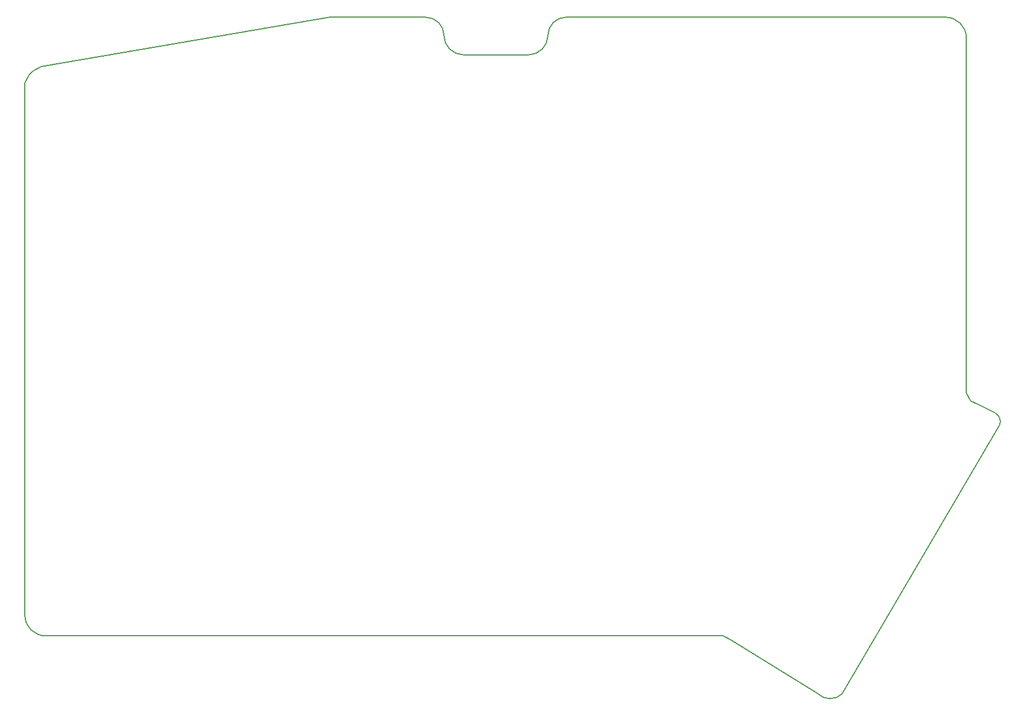
<source format=gbr>
G04 #@! TF.FileFunction,Profile,NP*
%FSLAX46Y46*%
G04 Gerber Fmt 4.6, Leading zero omitted, Abs format (unit mm)*
G04 Created by KiCad (PCBNEW 4.0.7) date 05/24/18 16:25:35*
%MOMM*%
%LPD*%
G01*
G04 APERTURE LIST*
%ADD10C,0.100000*%
%ADD11C,0.150000*%
G04 APERTURE END LIST*
D10*
D11*
X152450000Y-40640000D02*
X210812380Y-40640000D01*
X116205000Y-40640000D02*
X130870000Y-40640000D01*
X130870000Y-40640000D02*
G75*
G02X133660000Y-43430000I0J-2790000D01*
G01*
X152450000Y-40640000D02*
G75*
G03X149660000Y-43430000I0J-2790000D01*
G01*
X146660000Y-46430000D02*
G75*
G03X149660000Y-43430000I0J3000000D01*
G01*
X133660000Y-43430000D02*
G75*
G03X136660000Y-46430000I3000000J0D01*
G01*
X136660000Y-46430000D02*
X146660000Y-46430000D01*
X70485000Y-48895000D02*
X71755000Y-48260000D01*
X69850000Y-49530000D02*
X70485000Y-48895000D01*
X69215000Y-50800000D02*
X69850000Y-49530000D01*
X69215000Y-60960000D02*
X69215000Y-50800000D01*
X214630000Y-99695000D02*
X213995000Y-98425000D01*
X215900000Y-100330000D02*
X214630000Y-99695000D01*
X176530000Y-135890000D02*
X175895000Y-135890000D01*
X177800000Y-136525000D02*
X176530000Y-135890000D01*
X213995000Y-43815000D02*
G75*
G03X210820000Y-40640000I-3175000J0D01*
G01*
X213995000Y-45085000D02*
X213995000Y-43815000D01*
X72390000Y-135890000D02*
X73660000Y-135890000D01*
X69215000Y-131445000D02*
X69215000Y-132715000D01*
X69215000Y-132715000D02*
G75*
G03X72390000Y-135890000I3175000J0D01*
G01*
X215900000Y-100330000D02*
X218440000Y-101600000D01*
X219075000Y-103505000D02*
X194945000Y-144780000D01*
X219075000Y-103505000D02*
G75*
G03X218440000Y-101600000I-1270000J635000D01*
G01*
X213995000Y-98425000D02*
X213995000Y-95250000D01*
X213995000Y-45085000D02*
X213995000Y-95250000D01*
X191135000Y-144780000D02*
G75*
G03X194945000Y-144780000I1905000J1905000D01*
G01*
X177800000Y-136525000D02*
X191135000Y-144780000D01*
X172085000Y-135890000D02*
X175895000Y-135890000D01*
X101600000Y-135890000D02*
X172085000Y-135890000D01*
X73660000Y-135890000D02*
X101600000Y-135890000D01*
X71755000Y-48260000D02*
X116205000Y-40640000D01*
X69215000Y-84455000D02*
X69215000Y-60960000D01*
X69215000Y-131445000D02*
X69215000Y-84455000D01*
M02*

</source>
